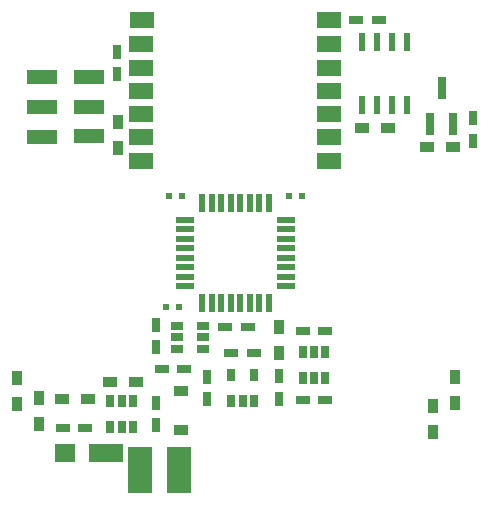
<source format=gtp>
G04 #@! TF.GenerationSoftware,KiCad,Pcbnew,no-vcs-found-7571~57~ubuntu16.04.1*
G04 #@! TF.CreationDate,2017-02-02T16:37:01+02:00*
G04 #@! TF.ProjectId,livolo_2_ways_eu_switch,6C69766F6C6F5F325F776179735F6575,rev?*
G04 #@! TF.FileFunction,Paste,Top*
G04 #@! TF.FilePolarity,Positive*
%FSLAX46Y46*%
G04 Gerber Fmt 4.6, Leading zero omitted, Abs format (unit mm)*
G04 Created by KiCad (PCBNEW no-vcs-found-7571~57~ubuntu16.04.1) date Thu Feb  2 16:37:01 2017*
%MOMM*%
%LPD*%
G01*
G04 APERTURE LIST*
%ADD10C,0.100000*%
%ADD11R,1.200000X0.900000*%
%ADD12R,2.000000X4.000000*%
%ADD13R,1.200000X0.750000*%
%ADD14R,2.500000X1.270000*%
%ADD15R,0.600000X0.500000*%
%ADD16R,0.750000X1.200000*%
%ADD17R,1.800000X1.500000*%
%ADD18R,3.000000X1.500000*%
%ADD19R,0.550000X1.600000*%
%ADD20R,1.600000X0.550000*%
%ADD21R,0.900000X1.200000*%
%ADD22R,0.650000X1.060000*%
%ADD23R,1.060000X0.650000*%
%ADD24R,1.998980X1.399540*%
%ADD25R,0.600000X1.550000*%
%ADD26R,0.800000X1.900000*%
G04 APERTURE END LIST*
D10*
D11*
X160866000Y-83312000D03*
X158666000Y-83312000D03*
D12*
X134400000Y-110700000D03*
X137650000Y-110700000D03*
D13*
X152675000Y-72600000D03*
X154575000Y-72600000D03*
D14*
X126050000Y-82440000D03*
X126050000Y-79900000D03*
X126050000Y-77360000D03*
X130050000Y-77360000D03*
X130050000Y-79900000D03*
X130050000Y-82400000D03*
D15*
X136600000Y-96900000D03*
X137700000Y-96900000D03*
X137900000Y-87500000D03*
X136800000Y-87500000D03*
X146950000Y-87500000D03*
X148050000Y-87500000D03*
D13*
X129750000Y-107100000D03*
X127850000Y-107100000D03*
D16*
X140000000Y-104700000D03*
X140000000Y-102800000D03*
D13*
X142100000Y-100800000D03*
X144000000Y-100800000D03*
D16*
X132450000Y-77150000D03*
X132450000Y-75250000D03*
D17*
X127975000Y-109250000D03*
D18*
X131475000Y-109250000D03*
D16*
X146100000Y-104650000D03*
X146100000Y-102750000D03*
D13*
X141600000Y-98550000D03*
X143500000Y-98550000D03*
D16*
X135750000Y-106900000D03*
X135750000Y-105000000D03*
D13*
X150050000Y-104750000D03*
X148150000Y-104750000D03*
D16*
X135700000Y-100300000D03*
X135700000Y-98400000D03*
D13*
X148150000Y-98900000D03*
X150050000Y-98900000D03*
X138100000Y-102150000D03*
X136200000Y-102150000D03*
D11*
X137825000Y-103975000D03*
X137825000Y-107275000D03*
D19*
X145250000Y-96550000D03*
X144450000Y-96550000D03*
X143650000Y-96550000D03*
X142850000Y-96550000D03*
X142050000Y-96550000D03*
X141250000Y-96550000D03*
X140450000Y-96550000D03*
X139650000Y-96550000D03*
D20*
X138200000Y-95100000D03*
X138200000Y-94300000D03*
X138200000Y-93500000D03*
X138200000Y-92700000D03*
X138200000Y-91900000D03*
X138200000Y-91100000D03*
X138200000Y-90300000D03*
X138200000Y-89500000D03*
D19*
X139650000Y-88050000D03*
X140450000Y-88050000D03*
X141250000Y-88050000D03*
X142050000Y-88050000D03*
X142850000Y-88050000D03*
X143650000Y-88050000D03*
X144450000Y-88050000D03*
X145250000Y-88050000D03*
D20*
X146700000Y-89500000D03*
X146700000Y-90300000D03*
X146700000Y-91100000D03*
X146700000Y-91900000D03*
X146700000Y-92700000D03*
X146700000Y-93500000D03*
X146700000Y-94300000D03*
X146700000Y-95100000D03*
D11*
X131850000Y-103200000D03*
X134050000Y-103200000D03*
X129950000Y-104700000D03*
X127750000Y-104700000D03*
D21*
X146100000Y-100800000D03*
X146100000Y-98600000D03*
X132500000Y-81200000D03*
X132500000Y-83400000D03*
X159150000Y-105250000D03*
X159150000Y-107450000D03*
X161050000Y-105000000D03*
X161050000Y-102800000D03*
X125850000Y-104600000D03*
X125850000Y-106800000D03*
X123950000Y-105100000D03*
X123950000Y-102900000D03*
D22*
X142100000Y-102650000D03*
X144000000Y-102650000D03*
X144000000Y-104850000D03*
X143050000Y-104850000D03*
X142100000Y-104850000D03*
X132800000Y-107050000D03*
X133750000Y-107050000D03*
X131850000Y-107050000D03*
X131850000Y-104850000D03*
X132800000Y-104850000D03*
X133750000Y-104850000D03*
X149100000Y-100650000D03*
X148150000Y-100650000D03*
X150050000Y-100650000D03*
X150050000Y-102850000D03*
X149100000Y-102850000D03*
X148150000Y-102850000D03*
D23*
X137500000Y-98500000D03*
X137500000Y-99450000D03*
X137500000Y-100400000D03*
X139700000Y-100400000D03*
X139700000Y-98500000D03*
X139700000Y-99450000D03*
D24*
X134499800Y-72598780D03*
X134471860Y-74600300D03*
X134471860Y-76599280D03*
X134471860Y-78550000D03*
X134471860Y-80500720D03*
X134471860Y-82499700D03*
X134471860Y-84501220D03*
X150372260Y-84501220D03*
X150372260Y-82499700D03*
X150372260Y-80500720D03*
X150372260Y-78550000D03*
X150372260Y-76599280D03*
X150372260Y-74600300D03*
X150372260Y-72598780D03*
D16*
X162600000Y-82800000D03*
X162600000Y-80900000D03*
D11*
X153200000Y-81700000D03*
X155400000Y-81700000D03*
D25*
X153120000Y-74400000D03*
X154390000Y-74400000D03*
X155660000Y-74400000D03*
X156930000Y-74400000D03*
X156930000Y-79800000D03*
X155660000Y-79800000D03*
X154390000Y-79800000D03*
X153120000Y-79800000D03*
D26*
X159900000Y-78350000D03*
X160850000Y-81350000D03*
X158950000Y-81350000D03*
M02*

</source>
